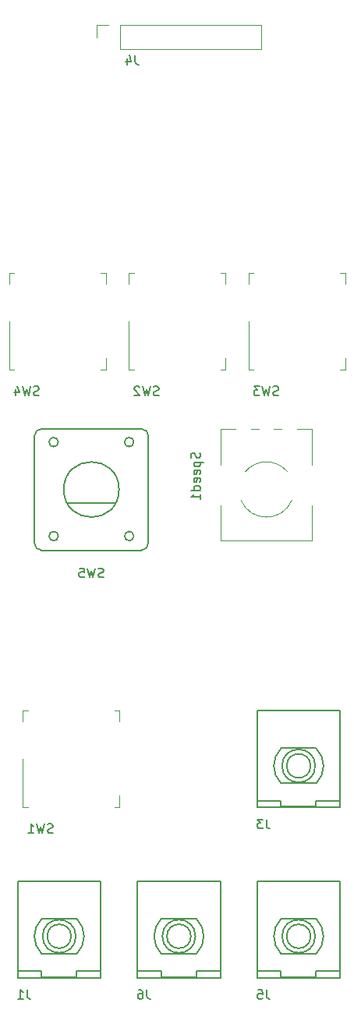
<source format=gbr>
G04 #@! TF.FileFunction,Legend,Bot*
%FSLAX46Y46*%
G04 Gerber Fmt 4.6, Leading zero omitted, Abs format (unit mm)*
G04 Created by KiCad (PCBNEW 4.0.7) date 07/15/18 23:17:43*
%MOMM*%
%LPD*%
G01*
G04 APERTURE LIST*
%ADD10C,0.100000*%
%ADD11C,0.120000*%
%ADD12C,0.200000*%
%ADD13C,0.150000*%
G04 APERTURE END LIST*
D10*
D11*
X116650000Y-51050000D02*
X131950000Y-51050000D01*
X131950000Y-51050000D02*
X131950000Y-53710000D01*
X131950000Y-53710000D02*
X116650000Y-53710000D01*
X116650000Y-53710000D02*
X116650000Y-51050000D01*
X115380000Y-51050000D02*
X114050000Y-51050000D01*
X114050000Y-51050000D02*
X114050000Y-52380000D01*
X116000000Y-135950000D02*
X116550000Y-135950000D01*
X116550000Y-135950000D02*
X116550000Y-134700000D01*
X116000000Y-125450000D02*
X116550000Y-125450000D01*
X116550000Y-125450000D02*
X116550000Y-126700000D01*
X106600000Y-135950000D02*
X106050000Y-135950000D01*
X106050000Y-135950000D02*
X106050000Y-130700000D01*
X106600000Y-125450000D02*
X106050000Y-125450000D01*
X106050000Y-125450000D02*
X106050000Y-126700000D01*
X127500000Y-88450000D02*
X128050000Y-88450000D01*
X128050000Y-88450000D02*
X128050000Y-87200000D01*
X127500000Y-77950000D02*
X128050000Y-77950000D01*
X128050000Y-77950000D02*
X128050000Y-79200000D01*
X118100000Y-88450000D02*
X117550000Y-88450000D01*
X117550000Y-88450000D02*
X117550000Y-83200000D01*
X118100000Y-77950000D02*
X117550000Y-77950000D01*
X117550000Y-77950000D02*
X117550000Y-79200000D01*
X140500000Y-88450000D02*
X141050000Y-88450000D01*
X141050000Y-88450000D02*
X141050000Y-87200000D01*
X140500000Y-77950000D02*
X141050000Y-77950000D01*
X141050000Y-77950000D02*
X141050000Y-79200000D01*
X131100000Y-88450000D02*
X130550000Y-88450000D01*
X130550000Y-88450000D02*
X130550000Y-83200000D01*
X131100000Y-77950000D02*
X130550000Y-77950000D01*
X130550000Y-77950000D02*
X130550000Y-79200000D01*
X114500000Y-88450000D02*
X115050000Y-88450000D01*
X115050000Y-88450000D02*
X115050000Y-87200000D01*
X114500000Y-77950000D02*
X115050000Y-77950000D01*
X115050000Y-77950000D02*
X115050000Y-79200000D01*
X105100000Y-88450000D02*
X104550000Y-88450000D01*
X104550000Y-88450000D02*
X104550000Y-83200000D01*
X105100000Y-77950000D02*
X104550000Y-77950000D01*
X104550000Y-77950000D02*
X104550000Y-79200000D01*
D12*
X109900000Y-96350000D02*
G75*
G03X109900000Y-96350000I-500000J0D01*
G01*
X118100000Y-96350000D02*
G75*
G03X118100000Y-96350000I-500000J0D01*
G01*
X118100000Y-106550000D02*
G75*
G03X118100000Y-106550000I-500000J0D01*
G01*
X109900000Y-106550000D02*
G75*
G03X109900000Y-106550000I-500000J0D01*
G01*
X107300000Y-95700000D02*
X107300000Y-107300000D01*
X119700000Y-107300000D02*
X119700000Y-95700000D01*
X108100000Y-108100000D02*
X118900000Y-108100000D01*
X108100000Y-94900000D02*
X118900000Y-94900000D01*
X108100000Y-108100000D02*
G75*
G02X107300000Y-107300000I0J800000D01*
G01*
X107300000Y-95700000D02*
G75*
G02X108100000Y-94900000I800000J0D01*
G01*
X118900000Y-94900000D02*
G75*
G02X119700000Y-95700000I0J-800000D01*
G01*
X119700000Y-107300000D02*
G75*
G02X118900000Y-108100000I-800000J0D01*
G01*
X110900000Y-103000000D02*
X116100000Y-103000000D01*
X116500000Y-101500000D02*
G75*
G03X116500000Y-101500000I-3000000J0D01*
G01*
D11*
X129737568Y-102671982D02*
G75*
G03X135262000Y-102673000I2762432J1171982D01*
G01*
X134797753Y-99571705D02*
G75*
G03X130202000Y-99572000I-2297753J-1928295D01*
G01*
X127539000Y-94940000D02*
X127539000Y-98806000D01*
X127539000Y-103195000D02*
X127539000Y-107060000D01*
X137460000Y-94940000D02*
X137460000Y-98806000D01*
X137460000Y-103195000D02*
X137460000Y-107060000D01*
X127539000Y-94940000D02*
X129175000Y-94940000D01*
X130825000Y-94940000D02*
X131675000Y-94940000D01*
X133325000Y-94940000D02*
X134175000Y-94940000D01*
X135825000Y-94940000D02*
X137460000Y-94940000D01*
X127539000Y-107060000D02*
X137460000Y-107060000D01*
D13*
X140445000Y-153810000D02*
X137905000Y-153810000D01*
X137905000Y-153810000D02*
X137905000Y-154445000D01*
X137905000Y-154445000D02*
X134095000Y-154445000D01*
X134095000Y-154445000D02*
X134095000Y-153810000D01*
X134095000Y-153810000D02*
X131555000Y-153810000D01*
X134095000Y-151905000D02*
G75*
G02X134095000Y-148095000I1905000J1905000D01*
G01*
X137905000Y-148095000D02*
G75*
G02X137905000Y-151905000I-1905000J-1905000D01*
G01*
X134095000Y-151905000D02*
X137905000Y-151905000D01*
X137905000Y-148095000D02*
X134095000Y-148095000D01*
X137796051Y-150000000D02*
G75*
G03X137796051Y-150000000I-1796051J0D01*
G01*
X131500000Y-144000000D02*
X131500000Y-154500000D01*
X140500000Y-144000000D02*
X140500000Y-154500000D01*
X140500000Y-154500000D02*
X131500000Y-154500000D01*
X140500000Y-144000000D02*
X131500000Y-144000000D01*
X137300000Y-150000000D02*
G75*
G03X137300000Y-150000000I-1300000J0D01*
G01*
X114445000Y-153810000D02*
X111905000Y-153810000D01*
X111905000Y-153810000D02*
X111905000Y-154445000D01*
X111905000Y-154445000D02*
X108095000Y-154445000D01*
X108095000Y-154445000D02*
X108095000Y-153810000D01*
X108095000Y-153810000D02*
X105555000Y-153810000D01*
X108095000Y-151905000D02*
G75*
G02X108095000Y-148095000I1905000J1905000D01*
G01*
X111905000Y-148095000D02*
G75*
G02X111905000Y-151905000I-1905000J-1905000D01*
G01*
X108095000Y-151905000D02*
X111905000Y-151905000D01*
X111905000Y-148095000D02*
X108095000Y-148095000D01*
X111796051Y-150000000D02*
G75*
G03X111796051Y-150000000I-1796051J0D01*
G01*
X105500000Y-144000000D02*
X105500000Y-154500000D01*
X114500000Y-144000000D02*
X114500000Y-154500000D01*
X114500000Y-154500000D02*
X105500000Y-154500000D01*
X114500000Y-144000000D02*
X105500000Y-144000000D01*
X111300000Y-150000000D02*
G75*
G03X111300000Y-150000000I-1300000J0D01*
G01*
X140445000Y-135310000D02*
X137905000Y-135310000D01*
X137905000Y-135310000D02*
X137905000Y-135945000D01*
X137905000Y-135945000D02*
X134095000Y-135945000D01*
X134095000Y-135945000D02*
X134095000Y-135310000D01*
X134095000Y-135310000D02*
X131555000Y-135310000D01*
X134095000Y-133405000D02*
G75*
G02X134095000Y-129595000I1905000J1905000D01*
G01*
X137905000Y-129595000D02*
G75*
G02X137905000Y-133405000I-1905000J-1905000D01*
G01*
X134095000Y-133405000D02*
X137905000Y-133405000D01*
X137905000Y-129595000D02*
X134095000Y-129595000D01*
X137796051Y-131500000D02*
G75*
G03X137796051Y-131500000I-1796051J0D01*
G01*
X131500000Y-125500000D02*
X131500000Y-136000000D01*
X140500000Y-125500000D02*
X140500000Y-136000000D01*
X140500000Y-136000000D02*
X131500000Y-136000000D01*
X140500000Y-125500000D02*
X131500000Y-125500000D01*
X137300000Y-131500000D02*
G75*
G03X137300000Y-131500000I-1300000J0D01*
G01*
X127445000Y-153810000D02*
X124905000Y-153810000D01*
X124905000Y-153810000D02*
X124905000Y-154445000D01*
X124905000Y-154445000D02*
X121095000Y-154445000D01*
X121095000Y-154445000D02*
X121095000Y-153810000D01*
X121095000Y-153810000D02*
X118555000Y-153810000D01*
X121095000Y-151905000D02*
G75*
G02X121095000Y-148095000I1905000J1905000D01*
G01*
X124905000Y-148095000D02*
G75*
G02X124905000Y-151905000I-1905000J-1905000D01*
G01*
X121095000Y-151905000D02*
X124905000Y-151905000D01*
X124905000Y-148095000D02*
X121095000Y-148095000D01*
X124796051Y-150000000D02*
G75*
G03X124796051Y-150000000I-1796051J0D01*
G01*
X118500000Y-144000000D02*
X118500000Y-154500000D01*
X127500000Y-144000000D02*
X127500000Y-154500000D01*
X127500000Y-154500000D02*
X118500000Y-154500000D01*
X127500000Y-144000000D02*
X118500000Y-144000000D01*
X124300000Y-150000000D02*
G75*
G03X124300000Y-150000000I-1300000J0D01*
G01*
X118253333Y-54372381D02*
X118253333Y-55086667D01*
X118300953Y-55229524D01*
X118396191Y-55324762D01*
X118539048Y-55372381D01*
X118634286Y-55372381D01*
X117348571Y-54705714D02*
X117348571Y-55372381D01*
X117586667Y-54324762D02*
X117824762Y-55039048D01*
X117205714Y-55039048D01*
X109308333Y-138754762D02*
X109165476Y-138802381D01*
X108927380Y-138802381D01*
X108832142Y-138754762D01*
X108784523Y-138707143D01*
X108736904Y-138611905D01*
X108736904Y-138516667D01*
X108784523Y-138421429D01*
X108832142Y-138373810D01*
X108927380Y-138326190D01*
X109117857Y-138278571D01*
X109213095Y-138230952D01*
X109260714Y-138183333D01*
X109308333Y-138088095D01*
X109308333Y-137992857D01*
X109260714Y-137897619D01*
X109213095Y-137850000D01*
X109117857Y-137802381D01*
X108879761Y-137802381D01*
X108736904Y-137850000D01*
X108403571Y-137802381D02*
X108165476Y-138802381D01*
X107974999Y-138088095D01*
X107784523Y-138802381D01*
X107546428Y-137802381D01*
X106641666Y-138802381D02*
X107213095Y-138802381D01*
X106927381Y-138802381D02*
X106927381Y-137802381D01*
X107022619Y-137945238D01*
X107117857Y-138040476D01*
X107213095Y-138088095D01*
X120808333Y-91254762D02*
X120665476Y-91302381D01*
X120427380Y-91302381D01*
X120332142Y-91254762D01*
X120284523Y-91207143D01*
X120236904Y-91111905D01*
X120236904Y-91016667D01*
X120284523Y-90921429D01*
X120332142Y-90873810D01*
X120427380Y-90826190D01*
X120617857Y-90778571D01*
X120713095Y-90730952D01*
X120760714Y-90683333D01*
X120808333Y-90588095D01*
X120808333Y-90492857D01*
X120760714Y-90397619D01*
X120713095Y-90350000D01*
X120617857Y-90302381D01*
X120379761Y-90302381D01*
X120236904Y-90350000D01*
X119903571Y-90302381D02*
X119665476Y-91302381D01*
X119474999Y-90588095D01*
X119284523Y-91302381D01*
X119046428Y-90302381D01*
X118713095Y-90397619D02*
X118665476Y-90350000D01*
X118570238Y-90302381D01*
X118332142Y-90302381D01*
X118236904Y-90350000D01*
X118189285Y-90397619D01*
X118141666Y-90492857D01*
X118141666Y-90588095D01*
X118189285Y-90730952D01*
X118760714Y-91302381D01*
X118141666Y-91302381D01*
X133808333Y-91254762D02*
X133665476Y-91302381D01*
X133427380Y-91302381D01*
X133332142Y-91254762D01*
X133284523Y-91207143D01*
X133236904Y-91111905D01*
X133236904Y-91016667D01*
X133284523Y-90921429D01*
X133332142Y-90873810D01*
X133427380Y-90826190D01*
X133617857Y-90778571D01*
X133713095Y-90730952D01*
X133760714Y-90683333D01*
X133808333Y-90588095D01*
X133808333Y-90492857D01*
X133760714Y-90397619D01*
X133713095Y-90350000D01*
X133617857Y-90302381D01*
X133379761Y-90302381D01*
X133236904Y-90350000D01*
X132903571Y-90302381D02*
X132665476Y-91302381D01*
X132474999Y-90588095D01*
X132284523Y-91302381D01*
X132046428Y-90302381D01*
X131760714Y-90302381D02*
X131141666Y-90302381D01*
X131475000Y-90683333D01*
X131332142Y-90683333D01*
X131236904Y-90730952D01*
X131189285Y-90778571D01*
X131141666Y-90873810D01*
X131141666Y-91111905D01*
X131189285Y-91207143D01*
X131236904Y-91254762D01*
X131332142Y-91302381D01*
X131617857Y-91302381D01*
X131713095Y-91254762D01*
X131760714Y-91207143D01*
X107808333Y-91254762D02*
X107665476Y-91302381D01*
X107427380Y-91302381D01*
X107332142Y-91254762D01*
X107284523Y-91207143D01*
X107236904Y-91111905D01*
X107236904Y-91016667D01*
X107284523Y-90921429D01*
X107332142Y-90873810D01*
X107427380Y-90826190D01*
X107617857Y-90778571D01*
X107713095Y-90730952D01*
X107760714Y-90683333D01*
X107808333Y-90588095D01*
X107808333Y-90492857D01*
X107760714Y-90397619D01*
X107713095Y-90350000D01*
X107617857Y-90302381D01*
X107379761Y-90302381D01*
X107236904Y-90350000D01*
X106903571Y-90302381D02*
X106665476Y-91302381D01*
X106474999Y-90588095D01*
X106284523Y-91302381D01*
X106046428Y-90302381D01*
X105236904Y-90635714D02*
X105236904Y-91302381D01*
X105475000Y-90254762D02*
X105713095Y-90969048D01*
X105094047Y-90969048D01*
D12*
X114833333Y-111004762D02*
X114690476Y-111052381D01*
X114452380Y-111052381D01*
X114357142Y-111004762D01*
X114309523Y-110957143D01*
X114261904Y-110861905D01*
X114261904Y-110766667D01*
X114309523Y-110671429D01*
X114357142Y-110623810D01*
X114452380Y-110576190D01*
X114642857Y-110528571D01*
X114738095Y-110480952D01*
X114785714Y-110433333D01*
X114833333Y-110338095D01*
X114833333Y-110242857D01*
X114785714Y-110147619D01*
X114738095Y-110100000D01*
X114642857Y-110052381D01*
X114404761Y-110052381D01*
X114261904Y-110100000D01*
X113928571Y-110052381D02*
X113690476Y-111052381D01*
X113499999Y-110338095D01*
X113309523Y-111052381D01*
X113071428Y-110052381D01*
X112214285Y-110052381D02*
X112690476Y-110052381D01*
X112738095Y-110528571D01*
X112690476Y-110480952D01*
X112595238Y-110433333D01*
X112357142Y-110433333D01*
X112261904Y-110480952D01*
X112214285Y-110528571D01*
X112166666Y-110623810D01*
X112166666Y-110861905D01*
X112214285Y-110957143D01*
X112261904Y-111004762D01*
X112357142Y-111052381D01*
X112595238Y-111052381D01*
X112690476Y-111004762D01*
X112738095Y-110957143D01*
D13*
X125254762Y-97526190D02*
X125302381Y-97669047D01*
X125302381Y-97907143D01*
X125254762Y-98002381D01*
X125207143Y-98050000D01*
X125111905Y-98097619D01*
X125016667Y-98097619D01*
X124921429Y-98050000D01*
X124873810Y-98002381D01*
X124826190Y-97907143D01*
X124778571Y-97716666D01*
X124730952Y-97621428D01*
X124683333Y-97573809D01*
X124588095Y-97526190D01*
X124492857Y-97526190D01*
X124397619Y-97573809D01*
X124350000Y-97621428D01*
X124302381Y-97716666D01*
X124302381Y-97954762D01*
X124350000Y-98097619D01*
X124635714Y-98526190D02*
X125635714Y-98526190D01*
X124683333Y-98526190D02*
X124635714Y-98621428D01*
X124635714Y-98811905D01*
X124683333Y-98907143D01*
X124730952Y-98954762D01*
X124826190Y-99002381D01*
X125111905Y-99002381D01*
X125207143Y-98954762D01*
X125254762Y-98907143D01*
X125302381Y-98811905D01*
X125302381Y-98621428D01*
X125254762Y-98526190D01*
X125254762Y-99811905D02*
X125302381Y-99716667D01*
X125302381Y-99526190D01*
X125254762Y-99430952D01*
X125159524Y-99383333D01*
X124778571Y-99383333D01*
X124683333Y-99430952D01*
X124635714Y-99526190D01*
X124635714Y-99716667D01*
X124683333Y-99811905D01*
X124778571Y-99859524D01*
X124873810Y-99859524D01*
X124969048Y-99383333D01*
X125254762Y-100669048D02*
X125302381Y-100573810D01*
X125302381Y-100383333D01*
X125254762Y-100288095D01*
X125159524Y-100240476D01*
X124778571Y-100240476D01*
X124683333Y-100288095D01*
X124635714Y-100383333D01*
X124635714Y-100573810D01*
X124683333Y-100669048D01*
X124778571Y-100716667D01*
X124873810Y-100716667D01*
X124969048Y-100240476D01*
X125302381Y-101573810D02*
X124302381Y-101573810D01*
X125254762Y-101573810D02*
X125302381Y-101478572D01*
X125302381Y-101288095D01*
X125254762Y-101192857D01*
X125207143Y-101145238D01*
X125111905Y-101097619D01*
X124826190Y-101097619D01*
X124730952Y-101145238D01*
X124683333Y-101192857D01*
X124635714Y-101288095D01*
X124635714Y-101478572D01*
X124683333Y-101573810D01*
X125302381Y-102573810D02*
X125302381Y-102002381D01*
X125302381Y-102288095D02*
X124302381Y-102288095D01*
X124445238Y-102192857D01*
X124540476Y-102097619D01*
X124588095Y-102002381D01*
X132523333Y-155802381D02*
X132523333Y-156516667D01*
X132570953Y-156659524D01*
X132666191Y-156754762D01*
X132809048Y-156802381D01*
X132904286Y-156802381D01*
X131570952Y-155802381D02*
X132047143Y-155802381D01*
X132094762Y-156278571D01*
X132047143Y-156230952D01*
X131951905Y-156183333D01*
X131713809Y-156183333D01*
X131618571Y-156230952D01*
X131570952Y-156278571D01*
X131523333Y-156373810D01*
X131523333Y-156611905D01*
X131570952Y-156707143D01*
X131618571Y-156754762D01*
X131713809Y-156802381D01*
X131951905Y-156802381D01*
X132047143Y-156754762D01*
X132094762Y-156707143D01*
X106523333Y-155802381D02*
X106523333Y-156516667D01*
X106570953Y-156659524D01*
X106666191Y-156754762D01*
X106809048Y-156802381D01*
X106904286Y-156802381D01*
X105523333Y-156802381D02*
X106094762Y-156802381D01*
X105809048Y-156802381D02*
X105809048Y-155802381D01*
X105904286Y-155945238D01*
X105999524Y-156040476D01*
X106094762Y-156088095D01*
X132523333Y-137302381D02*
X132523333Y-138016667D01*
X132570953Y-138159524D01*
X132666191Y-138254762D01*
X132809048Y-138302381D01*
X132904286Y-138302381D01*
X132142381Y-137302381D02*
X131523333Y-137302381D01*
X131856667Y-137683333D01*
X131713809Y-137683333D01*
X131618571Y-137730952D01*
X131570952Y-137778571D01*
X131523333Y-137873810D01*
X131523333Y-138111905D01*
X131570952Y-138207143D01*
X131618571Y-138254762D01*
X131713809Y-138302381D01*
X131999524Y-138302381D01*
X132094762Y-138254762D01*
X132142381Y-138207143D01*
X119523333Y-155802381D02*
X119523333Y-156516667D01*
X119570953Y-156659524D01*
X119666191Y-156754762D01*
X119809048Y-156802381D01*
X119904286Y-156802381D01*
X118618571Y-155802381D02*
X118809048Y-155802381D01*
X118904286Y-155850000D01*
X118951905Y-155897619D01*
X119047143Y-156040476D01*
X119094762Y-156230952D01*
X119094762Y-156611905D01*
X119047143Y-156707143D01*
X118999524Y-156754762D01*
X118904286Y-156802381D01*
X118713809Y-156802381D01*
X118618571Y-156754762D01*
X118570952Y-156707143D01*
X118523333Y-156611905D01*
X118523333Y-156373810D01*
X118570952Y-156278571D01*
X118618571Y-156230952D01*
X118713809Y-156183333D01*
X118904286Y-156183333D01*
X118999524Y-156230952D01*
X119047143Y-156278571D01*
X119094762Y-156373810D01*
M02*

</source>
